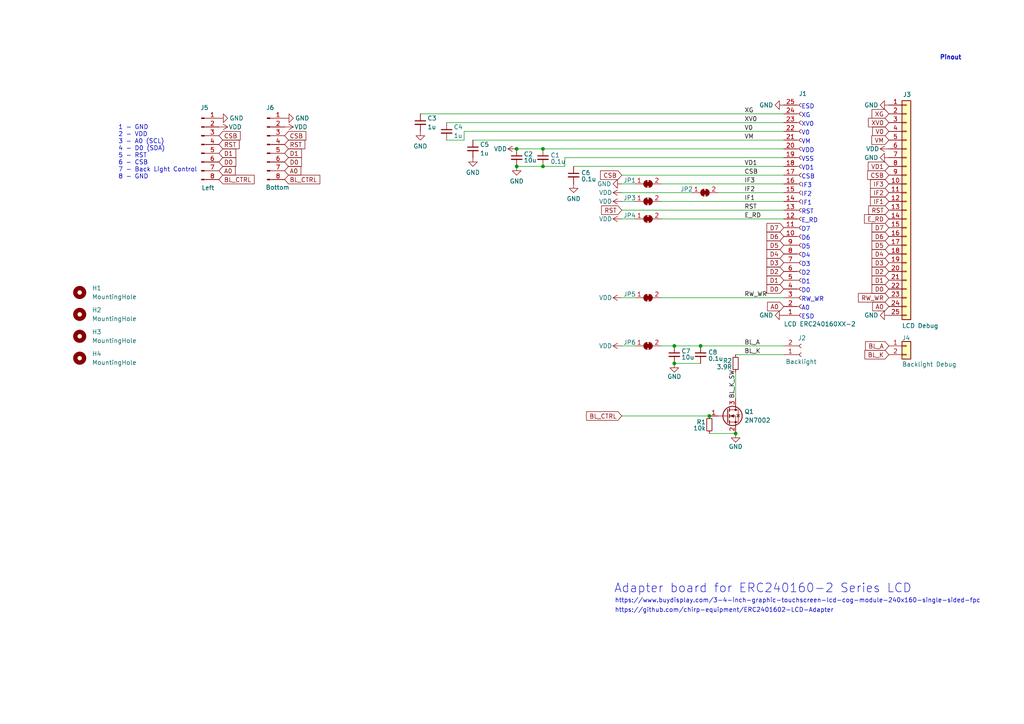
<source format=kicad_sch>
(kicad_sch (version 20231120) (generator "eeschema") (generator_version "8.0")
  (paper "A4")
  (title_block (title "Adapter board for ERC240160-2 Series LCD") (date "2023-12-27") (rev "1.0") (company "Chirp / Sebastian Mach"))
  (lib_symbols
    (symbol "Connector:Conn_01x02_Socket" (pin_names (offset 1.016) hide)
      (property "Reference" "J" (at 0 2.54 0))
      (property "Value" "Conn_01x02_Socket" (at 0 -5.08 0))
      (symbol "Conn_01x02_Socket_1_1"
        (arc (start 0 -2.032) (mid -0.5058 -2.54) (end 0 -3.048) (stroke (width 0.1524)))
        (polyline (pts (xy -1.27 -2.54) (xy -0.508 -2.54)) (stroke (width 0.1524)))
        (polyline (pts (xy -1.27 0) (xy -0.508 0)) (stroke (width 0.1524)))
        (arc (start 0 0.508) (mid -0.5058 0) (end 0 -0.508) (stroke (width 0.1524)))
        (pin passive line (at -5.08 0 0) (length 3.81) (name "Pin_1") (number "1"))
        (pin passive line (at -5.08 -2.54 0) (length 3.81) (name "Pin_2") (number "2"))
      )
    )
    (symbol "Connector:Conn_01x08_Pin" (pin_names (offset 1.016) hide)
      (property "Reference" "J" (at 0 10.16 0))
      (property "Value" "Conn_01x08_Pin" (at 0 -12.7 0))
      (symbol "Conn_01x08_Pin_1_1"
        (polyline (pts (xy 1.27 -10.16) (xy 0.8636 -10.16)) (stroke (width 0.1524)))
        (polyline (pts (xy 1.27 -7.62) (xy 0.8636 -7.62)) (stroke (width 0.1524)))
        (polyline (pts (xy 1.27 -5.08) (xy 0.8636 -5.08)) (stroke (width 0.1524)))
        (polyline (pts (xy 1.27 -2.54) (xy 0.8636 -2.54)) (stroke (width 0.1524)))
        (polyline (pts (xy 1.27 0) (xy 0.8636 0)) (stroke (width 0.1524)))
        (polyline (pts (xy 1.27 2.54) (xy 0.8636 2.54)) (stroke (width 0.1524)))
        (polyline (pts (xy 1.27 5.08) (xy 0.8636 5.08)) (stroke (width 0.1524)))
        (polyline (pts (xy 1.27 7.62) (xy 0.8636 7.62)) (stroke (width 0.1524)))
        (rectangle (start 0.8636 -10.033) (end 0 -10.287) (stroke (width 0.1524)) (fill (type outline)))
        (rectangle (start 0.8636 -7.493) (end 0 -7.747) (stroke (width 0.1524)) (fill (type outline)))
        (rectangle (start 0.8636 -4.953) (end 0 -5.207) (stroke (width 0.1524)) (fill (type outline)))
        (rectangle (start 0.8636 -2.413) (end 0 -2.667) (stroke (width 0.1524)) (fill (type outline)))
        (rectangle (start 0.8636 0.127) (end 0 -0.127) (stroke (width 0.1524)) (fill (type outline)))
        (rectangle (start 0.8636 2.667) (end 0 2.413) (stroke (width 0.1524)) (fill (type outline)))
        (rectangle (start 0.8636 5.207) (end 0 4.953) (stroke (width 0.1524)) (fill (type outline)))
        (rectangle (start 0.8636 7.747) (end 0 7.493) (stroke (width 0.1524)) (fill (type outline)))
        (pin passive line (at 5.08 7.62 180) (length 3.81) (name "Pin_1") (number "1"))
        (pin passive line (at 5.08 5.08 180) (length 3.81) (name "Pin_2") (number "2"))
        (pin passive line (at 5.08 2.54 180) (length 3.81) (name "Pin_3") (number "3"))
        (pin passive line (at 5.08 0 180) (length 3.81) (name "Pin_4") (number "4"))
        (pin passive line (at 5.08 -2.54 180) (length 3.81) (name "Pin_5") (number "5"))
        (pin passive line (at 5.08 -5.08 180) (length 3.81) (name "Pin_6") (number "6"))
        (pin passive line (at 5.08 -7.62 180) (length 3.81) (name "Pin_7") (number "7"))
        (pin passive line (at 5.08 -10.16 180) (length 3.81) (name "Pin_8") (number "8"))
      )
    )
    (symbol "Connector:Conn_01x25_Socket" (pin_names (offset 1.016) hide)
      (property "Reference" "J" (at 0 33.02 0))
      (property "Value" "Conn_01x25_Socket" (at 0 -33.02 0))
      (symbol "Conn_01x25_Socket_1_1"
        (arc (start 0 -29.972) (mid -0.5058 -30.48) (end 0 -30.988) (stroke (width 0.1524)))
        (arc (start 0 -27.432) (mid -0.5058 -27.94) (end 0 -28.448) (stroke (width 0.1524)))
        (arc (start 0 -24.892) (mid -0.5058 -25.4) (end 0 -25.908) (stroke (width 0.1524)))
        (arc (start 0 -22.352) (mid -0.5058 -22.86) (end 0 -23.368) (stroke (width 0.1524)))
        (arc (start 0 -19.812) (mid -0.5058 -20.32) (end 0 -20.828) (stroke (width 0.1524)))
        (arc (start 0 -17.272) (mid -0.5058 -17.78) (end 0 -18.288) (stroke (width 0.1524)))
        (arc (start 0 -14.732) (mid -0.5058 -15.24) (end 0 -15.748) (stroke (width 0.1524)))
        (arc (start 0 -12.192) (mid -0.5058 -12.7) (end 0 -13.208) (stroke (width 0.1524)))
        (arc (start 0 -9.652) (mid -0.5058 -10.16) (end 0 -10.668) (stroke (width 0.1524)))
        (arc (start 0 -7.112) (mid -0.5058 -7.62) (end 0 -8.128) (stroke (width 0.1524)))
        (arc (start 0 -4.572) (mid -0.5058 -5.08) (end 0 -5.588) (stroke (width 0.1524)))
        (arc (start 0 -2.032) (mid -0.5058 -2.54) (end 0 -3.048) (stroke (width 0.1524)))
        (polyline (pts (xy -1.27 -30.48) (xy -0.508 -30.48)) (stroke (width 0.1524)))
        (polyline (pts (xy -1.27 -27.94) (xy -0.508 -27.94)) (stroke (width 0.1524)))
        (polyline (pts (xy -1.27 -25.4) (xy -0.508 -25.4)) (stroke (width 0.1524)))
        (polyline (pts (xy -1.27 -22.86) (xy -0.508 -22.86)) (stroke (width 0.1524)))
        (polyline (pts (xy -1.27 -20.32) (xy -0.508 -20.32)) (stroke (width 0.1524)))
        (polyline (pts (xy -1.27 -17.78) (xy -0.508 -17.78)) (stroke (width 0.1524)))
        (polyline (pts (xy -1.27 -15.24) (xy -0.508 -15.24)) (stroke (width 0.1524)))
        (polyline (pts (xy -1.27 -12.7) (xy -0.508 -12.7)) (stroke (width 0.1524)))
        (polyline (pts (xy -1.27 -10.16) (xy -0.508 -10.16)) (stroke (width 0.1524)))
        (polyline (pts (xy -1.27 -7.62) (xy -0.508 -7.62)) (stroke (width 0.1524)))
        (polyline (pts (xy -1.27 -5.08) (xy -0.508 -5.08)) (stroke (width 0.1524)))
        (polyline (pts (xy -1.27 -2.54) (xy -0.508 -2.54)) (stroke (width 0.1524)))
        (polyline (pts (xy -1.27 0) (xy -0.508 0)) (stroke (width 0.1524)))
        (polyline (pts (xy -1.27 2.54) (xy -0.508 2.54)) (stroke (width 0.1524)))
        (polyline (pts (xy -1.27 5.08) (xy -0.508 5.08)) (stroke (width 0.1524)))
        (polyline (pts (xy -1.27 7.62) (xy -0.508 7.62)) (stroke (width 0.1524)))
        (polyline (pts (xy -1.27 10.16) (xy -0.508 10.16)) (stroke (width 0.1524)))
        (polyline (pts (xy -1.27 12.7) (xy -0.508 12.7)) (stroke (width 0.1524)))
        (polyline (pts (xy -1.27 15.24) (xy -0.508 15.24)) (stroke (width 0.1524)))
        (polyline (pts (xy -1.27 17.78) (xy -0.508 17.78)) (stroke (width 0.1524)))
        (polyline (pts (xy -1.27 20.32) (xy -0.508 20.32)) (stroke (width 0.1524)))
        (polyline (pts (xy -1.27 22.86) (xy -0.508 22.86)) (stroke (width 0.1524)))
        (polyline (pts (xy -1.27 25.4) (xy -0.508 25.4)) (stroke (width 0.1524)))
        (polyline (pts (xy -1.27 27.94) (xy -0.508 27.94)) (stroke (width 0.1524)))
        (polyline (pts (xy -1.27 30.48) (xy -0.508 30.48)) (stroke (width 0.1524)))
        (arc (start 0 0.508) (mid -0.5058 0) (end 0 -0.508) (stroke (width 0.1524)))
        (arc (start 0 3.048) (mid -0.5058 2.54) (end 0 2.032) (stroke (width 0.1524)))
        (arc (start 0 5.588) (mid -0.5058 5.08) (end 0 4.572) (stroke (width 0.1524)))
        (arc (start 0 8.128) (mid -0.5058 7.62) (end 0 7.112) (stroke (width 0.1524)))
        (arc (start 0 10.668) (mid -0.5058 10.16) (end 0 9.652) (stroke (width 0.1524)))
        (arc (start 0 13.208) (mid -0.5058 12.7) (end 0 12.192) (stroke (width 0.1524)))
        (arc (start 0 15.748) (mid -0.5058 15.24) (end 0 14.732) (stroke (width 0.1524)))
        (arc (start 0 18.288) (mid -0.5058 17.78) (end 0 17.272) (stroke (width 0.1524)))
        (arc (start 0 20.828) (mid -0.5058 20.32) (end 0 19.812) (stroke (width 0.1524)))
        (arc (start 0 23.368) (mid -0.5058 22.86) (end 0 22.352) (stroke (width 0.1524)))
        (arc (start 0 25.908) (mid -0.5058 25.4) (end 0 24.892) (stroke (width 0.1524)))
        (arc (start 0 28.448) (mid -0.5058 27.94) (end 0 27.432) (stroke (width 0.1524)))
        (arc (start 0 30.988) (mid -0.5058 30.48) (end 0 29.972) (stroke (width 0.1524)))
        (pin passive line (at -5.08 30.48 0) (length 3.81) (name "Pin_1") (number "1"))
        (pin passive line (at -5.08 7.62 0) (length 3.81) (name "Pin_10") (number "10"))
        (pin passive line (at -5.08 5.08 0) (length 3.81) (name "Pin_11") (number "11"))
        (pin passive line (at -5.08 2.54 0) (length 3.81) (name "Pin_12") (number "12"))
        (pin passive line (at -5.08 0 0) (length 3.81) (name "Pin_13") (number "13"))
        (pin passive line (at -5.08 -2.54 0) (length 3.81) (name "Pin_14") (number "14"))
        (pin passive line (at -5.08 -5.08 0) (length 3.81) (name "Pin_15") (number "15"))
        (pin passive line (at -5.08 -7.62 0) (length 3.81) (name "Pin_16") (number "16"))
        (pin passive line (at -5.08 -10.16 0) (length 3.81) (name "Pin_17") (number "17"))
        (pin passive line (at -5.08 -12.7 0) (length 3.81) (name "Pin_18") (number "18"))
        (pin passive line (at -5.08 -15.24 0) (length 3.81) (name "Pin_19") (number "19"))
        (pin passive line (at -5.08 27.94 0) (length 3.81) (name "Pin_2") (number "2"))
        (pin passive line (at -5.08 -17.78 0) (length 3.81) (name "Pin_20") (number "20"))
        (pin passive line (at -5.08 -20.32 0) (length 3.81) (name "Pin_21") (number "21"))
        (pin passive line (at -5.08 -22.86 0) (length 3.81) (name "Pin_22") (number "22"))
        (pin passive line (at -5.08 -25.4 0) (length 3.81) (name "Pin_23") (number "23"))
        (pin passive line (at -5.08 -27.94 0) (length 3.81) (name "Pin_24") (number "24"))
        (pin passive line (at -5.08 -30.48 0) (length 3.81) (name "Pin_25") (number "25"))
        (pin passive line (at -5.08 25.4 0) (length 3.81) (name "Pin_3") (number "3"))
        (pin passive line (at -5.08 22.86 0) (length 3.81) (name "Pin_4") (number "4"))
        (pin passive line (at -5.08 20.32 0) (length 3.81) (name "Pin_5") (number "5"))
        (pin passive line (at -5.08 17.78 0) (length 3.81) (name "Pin_6") (number "6"))
        (pin passive line (at -5.08 15.24 0) (length 3.81) (name "Pin_7") (number "7"))
        (pin passive line (at -5.08 12.7 0) (length 3.81) (name "Pin_8") (number "8"))
        (pin passive line (at -5.08 10.16 0) (length 3.81) (name "Pin_9") (number "9"))
      )
    )
    (symbol "Connector_Generic:Conn_01x02" (pin_names (offset 1.016) hide)
      (property "Reference" "J" (at 0 2.54 0))
      (property "Value" "Conn_01x02" (at 0 -5.08 0))
      (symbol "Conn_01x02_1_1"
        (rectangle (start -1.27 -2.413) (end 0 -2.667) (stroke (width 0.1524)))
        (rectangle (start -1.27 0.127) (end 0 -0.127) (stroke (width 0.1524)))
        (rectangle (start -1.27 1.27) (end 1.27 -3.81) (stroke (width 0.254)) (fill (type background)))
        (pin passive line (at -5.08 0 0) (length 3.81) (name "Pin_1") (number "1"))
        (pin passive line (at -5.08 -2.54 0) (length 3.81) (name "Pin_2") (number "2"))
      )
    )
    (symbol "Connector_Generic:Conn_01x25" (pin_names (offset 1.016) hide)
      (property "Reference" "J" (at 0 33.02 0))
      (property "Value" "Conn_01x25" (at 0 -33.02 0))
      (symbol "Conn_01x25_1_1"
        (rectangle (start -1.27 -30.353) (end 0 -30.607) (stroke (width 0.1524)))
        (rectangle (start -1.27 -27.813) (end 0 -28.067) (stroke (width 0.1524)))
        (rectangle (start -1.27 -25.273) (end 0 -25.527) (stroke (width 0.1524)))
        (rectangle (start -1.27 -22.733) (end 0 -22.987) (stroke (width 0.1524)))
        (rectangle (start -1.27 -20.193) (end 0 -20.447) (stroke (width 0.1524)))
        (rectangle (start -1.27 -17.653) (end 0 -17.907) (stroke (width 0.1524)))
        (rectangle (start -1.27 -15.113) (end 0 -15.367) (stroke (width 0.1524)))
        (rectangle (start -1.27 -12.573) (end 0 -12.827) (stroke (width 0.1524)))
        (rectangle (start -1.27 -10.033) (end 0 -10.287) (stroke (width 0.1524)))
        (rectangle (start -1.27 -7.493) (end 0 -7.747) (stroke (width 0.1524)))
        (rectangle (start -1.27 -4.953) (end 0 -5.207) (stroke (width 0.1524)))
        (rectangle (start -1.27 -2.413) (end 0 -2.667) (stroke (width 0.1524)))
        (rectangle (start -1.27 0.127) (end 0 -0.127) (stroke (width 0.1524)))
        (rectangle (start -1.27 2.667) (end 0 2.413) (stroke (width 0.1524)))
        (rectangle (start -1.27 5.207) (end 0 4.953) (stroke (width 0.1524)))
        (rectangle (start -1.27 7.747) (end 0 7.493) (stroke (width 0.1524)))
        (rectangle (start -1.27 10.287) (end 0 10.033) (stroke (width 0.1524)))
        (rectangle (start -1.27 12.827) (end 0 12.573) (stroke (width 0.1524)))
        (rectangle (start -1.27 15.367) (end 0 15.113) (stroke (width 0.1524)))
        (rectangle (start -1.27 17.907) (end 0 17.653) (stroke (width 0.1524)))
        (rectangle (start -1.27 20.447) (end 0 20.193) (stroke (width 0.1524)))
        (rectangle (start -1.27 22.987) (end 0 22.733) (stroke (width 0.1524)))
        (rectangle (start -1.27 25.527) (end 0 25.273) (stroke (width 0.1524)))
        (rectangle (start -1.27 28.067) (end 0 27.813) (stroke (width 0.1524)))
        (rectangle (start -1.27 30.607) (end 0 30.353) (stroke (width 0.1524)))
        (rectangle (start -1.27 31.75) (end 1.27 -31.75) (stroke (width 0.254)) (fill (type background)))
        (pin passive line (at -5.08 30.48 0) (length 3.81) (name "Pin_1") (number "1"))
        (pin passive line (at -5.08 7.62 0) (length 3.81) (name "Pin_10") (number "10"))
        (pin passive line (at -5.08 5.08 0) (length 3.81) (name "Pin_11") (number "11"))
        (pin passive line (at -5.08 2.54 0) (length 3.81) (name "Pin_12") (number "12"))
        (pin passive line (at -5.08 0 0) (length 3.81) (name "Pin_13") (number "13"))
        (pin passive line (at -5.08 -2.54 0) (length 3.81) (name "Pin_14") (number "14"))
        (pin passive line (at -5.08 -5.08 0) (length 3.81) (name "Pin_15") (number "15"))
        (pin passive line (at -5.08 -7.62 0) (length 3.81) (name "Pin_16") (number "16"))
        (pin passive line (at -5.08 -10.16 0) (length 3.81) (name "Pin_17") (number "17"))
        (pin passive line (at -5.08 -12.7 0) (length 3.81) (name "Pin_18") (number "18"))
        (pin passive line (at -5.08 -15.24 0) (length 3.81) (name "Pin_19") (number "19"))
        (pin passive line (at -5.08 27.94 0) (length 3.81) (name "Pin_2") (number "2"))
        (pin passive line (at -5.08 -17.78 0) (length 3.81) (name "Pin_20") (number "20"))
        (pin passive line (at -5.08 -20.32 0) (length 3.81) (name "Pin_21") (number "21"))
        (pin passive line (at -5.08 -22.86 0) (length 3.81) (name "Pin_22") (number "22"))
        (pin passive line (at -5.08 -25.4 0) (length 3.81) (name "Pin_23") (number "23"))
        (pin passive line (at -5.08 -27.94 0) (length 3.81) (name "Pin_24") (number "24"))
        (pin passive line (at -5.08 -30.48 0) (length 3.81) (name "Pin_25") (number "25"))
        (pin passive line (at -5.08 25.4 0) (length 3.81) (name "Pin_3") (number "3"))
        (pin passive line (at -5.08 22.86 0) (length 3.81) (name "Pin_4") (number "4"))
        (pin passive line (at -5.08 20.32 0) (length 3.81) (name "Pin_5") (number "5"))
        (pin passive line (at -5.08 17.78 0) (length 3.81) (name "Pin_6") (number "6"))
        (pin passive line (at -5.08 15.24 0) (length 3.81) (name "Pin_7") (number "7"))
        (pin passive line (at -5.08 12.7 0) (length 3.81) (name "Pin_8") (number "8"))
        (pin passive line (at -5.08 10.16 0) (length 3.81) (name "Pin_9") (number "9"))
      )
    )
    (symbol "Device:C_Small" (pin_numbers hide) (pin_names (offset 0.254) hide)
      (property "Reference" "C" (at 0.254 1.778 0))
      (property "Value" "C_Small" (at 0.254 -2.032 0))
      (symbol "C_Small_0_1"
        (polyline (pts (xy -1.524 -0.508) (xy 1.524 -0.508)) (stroke (width 0.3302)))
        (polyline (pts (xy -1.524 0.508) (xy 1.524 0.508)) (stroke (width 0.3048)))
      )
      (symbol "C_Small_1_1"
        (pin passive line (at 0 2.54 270) (length 2.032) (name "~") (number "1"))
        (pin passive line (at 0 -2.54 90) (length 2.032) (name "~") (number "2"))
      )
    )
    (symbol "Device:R_Small" (pin_numbers hide) (pin_names (offset 0.254) hide)
      (property "Reference" "R" (at 0.762 0.508 0))
      (property "Value" "R_Small" (at 0.762 -1.016 0))
      (symbol "R_Small_0_1"
        (rectangle (start -0.762 1.778) (end 0.762 -1.778) (stroke (width 0.2032)))
      )
      (symbol "R_Small_1_1"
        (pin passive line (at 0 2.54 270) (length 0.762) (name "~") (number "1"))
        (pin passive line (at 0 -2.54 90) (length 0.762) (name "~") (number "2"))
      )
    )
    (symbol "Jumper:SolderJumper_2_Bridged" (pin_names (offset 0) hide)
      (property "Reference" "JP" (at 0 2.032 0))
      (property "Value" "SolderJumper_2_Bridged" (at 0 -2.54 0))
      (symbol "SolderJumper_2_Bridged_0_1"
        (rectangle (start -0.508 0.508) (end 0.508 -0.508) (fill (type outline)))
        (arc (start -0.254 1.016) (mid -1.2656 0) (end -0.254 -1.016))
        (arc (start -0.254 1.016) (mid -1.2656 0) (end -0.254 -1.016) (fill (type outline)))
        (polyline (pts (xy -0.254 1.016) (xy -0.254 -1.016)))
        (polyline (pts (xy 0.254 1.016) (xy 0.254 -1.016)))
        (arc (start 0.254 -1.016) (mid 1.2656 0) (end 0.254 1.016))
        (arc (start 0.254 -1.016) (mid 1.2656 0) (end 0.254 1.016) (fill (type outline)))
      )
      (symbol "SolderJumper_2_Bridged_1_1"
        (pin passive line (at -3.81 0 0) (length 2.54) (name "A") (number "1"))
        (pin passive line (at 3.81 0 180) (length 2.54) (name "B") (number "2"))
      )
    )
    (symbol "Mechanical:MountingHole" (pin_names (offset 1.016))
      (property "Reference" "H" (at 0 5.08 0))
      (property "Value" "MountingHole" (at 0 3.175 0))
      (symbol "MountingHole_0_1"
        (circle (center 0 0) (radius 1.27) (stroke (width 1.27)))
      )
    )
    (symbol "Transistor_FET:2N7002" (pin_names hide)
      (property "Reference" "Q" (at 5.08 1.905 0))
      (property "Value" "2N7002" (at 5.08 0 0))
      (symbol "2N7002_0_1"
        (polyline (pts (xy 0.254 0) (xy -2.54 0)))
        (polyline (pts (xy 0.254 1.905) (xy 0.254 -1.905)) (stroke (width 0.254)))
        (polyline (pts (xy 0.762 -1.27) (xy 0.762 -2.286)) (stroke (width 0.254)))
        (polyline (pts (xy 0.762 0.508) (xy 0.762 -0.508)) (stroke (width 0.254)))
        (polyline (pts (xy 0.762 2.286) (xy 0.762 1.27)) (stroke (width 0.254)))
        (polyline (pts (xy 2.54 2.54) (xy 2.54 1.778)))
        (polyline (pts (xy 2.54 -2.54) (xy 2.54 0) (xy 0.762 0)))
        (polyline (pts (xy 0.762 -1.778) (xy 3.302 -1.778) (xy 3.302 1.778) (xy 0.762 1.778)))
        (polyline (pts (xy 1.016 0) (xy 2.032 0.381) (xy 2.032 -0.381) (xy 1.016 0)) (fill (type outline)))
        (polyline (pts (xy 2.794 0.508) (xy 2.921 0.381) (xy 3.683 0.381) (xy 3.81 0.254)))
        (polyline (pts (xy 3.302 0.381) (xy 2.921 -0.254) (xy 3.683 -0.254) (xy 3.302 0.381)))
        (circle (center 1.651 0) (radius 2.794) (stroke (width 0.254)))
        (circle (center 2.54 -1.778) (radius 0.254) (fill (type outline)))
        (circle (center 2.54 1.778) (radius 0.254) (fill (type outline)))
      )
      (symbol "2N7002_1_1"
        (pin input line (at -5.08 0 0) (length 2.54) (name "G") (number "1"))
        (pin passive line (at 2.54 -5.08 90) (length 2.54) (name "S") (number "2"))
        (pin passive line (at 2.54 5.08 270) (length 2.54) (name "D") (number "3"))
      )
    )
    (symbol "power:GND" (power) (pin_names (offset 0))
      (property "Value" "GND" (at 0 -3.81 0))
      (symbol "GND_0_1"
        (polyline (pts (xy 0 0) (xy 0 -1.27) (xy 1.27 -1.27) (xy 0 -2.54) (xy -1.27 -1.27) (xy 0 -1.27)))
      )
      (symbol "GND_1_1"
        (pin power_in line (at 0 0 270) (length 0) hide (name "GND") (number "1"))
      )
    )
    (symbol "power:VDD" (power) (pin_names (offset 0))
      (property "Value" "VDD" (at 0 3.81 0))
      (symbol "VDD_0_1"
        (polyline (pts (xy -0.762 1.27) (xy 0 2.54)))
        (polyline (pts (xy 0 0) (xy 0 2.54)))
        (polyline (pts (xy 0 2.54) (xy 0.762 1.27)))
      )
      (symbol "VDD_1_1"
        (pin power_in line (at 0 0 90) (length 0) hide (name "VDD") (number "1"))
      )
    )
  )
  (junction (at 149.86 43.18))
  (junction (at 157.48 48.26))
  (junction (at 149.86 48.26))
  (junction (at 213.36 125.73))
  (junction (at 195.58 100.33))
  (junction (at 205.74 120.65))
  (junction (at 157.48 43.18))
  (junction (at 203.2 100.33))
  (junction (at 195.58 105.41))
  (wire (pts (xy 191.77 100.33) (xy 195.58 100.33)))
  (wire (pts (xy 180.34 86.36) (xy 184.15 86.36)))
  (wire (pts (xy 149.86 48.26) (xy 157.48 48.26)))
  (wire (pts (xy 195.58 100.33) (xy 203.2 100.33)))
  (wire (pts (xy 157.48 43.18) (xy 227.33 43.18)))
  (wire (pts (xy 180.34 58.42) (xy 184.15 58.42)))
  (wire (pts (xy 180.34 53.34) (xy 184.15 53.34)))
  (wire (pts (xy 180.34 100.33) (xy 184.15 100.33)))
  (wire (pts (xy 180.34 55.88) (xy 200.66 55.88)))
  (wire (pts (xy 180.34 120.65) (xy 205.74 120.65)))
  (wire (pts (xy 121.92 33.02) (xy 227.33 33.02)))
  (wire (pts (xy 134.62 38.1) (xy 227.33 38.1)))
  (wire (pts (xy 180.34 63.5) (xy 184.15 63.5)))
  (wire (pts (xy 208.28 55.88) (xy 227.33 55.88)))
  (wire (pts (xy 191.77 63.5) (xy 227.33 63.5)))
  (wire (pts (xy 195.58 105.41) (xy 203.2 105.41)))
  (wire (pts (xy 137.16 40.64) (xy 227.33 40.64)))
  (wire (pts (xy 149.86 43.18) (xy 157.48 43.18)))
  (wire (pts (xy 166.37 48.26) (xy 227.33 48.26)))
  (wire (pts (xy 191.77 53.34) (xy 227.33 53.34)))
  (wire (pts (xy 163.83 45.72) (xy 163.83 48.26)))
  (wire (pts (xy 205.74 125.73) (xy 213.36 125.73)))
  (wire (pts (xy 191.77 58.42) (xy 227.33 58.42)))
  (wire (pts (xy 203.2 100.33) (xy 227.33 100.33)))
  (wire (pts (xy 129.54 40.64) (xy 134.62 40.64)))
  (wire (pts (xy 129.54 35.56) (xy 227.33 35.56)))
  (wire (pts (xy 227.33 102.87) (xy 213.36 102.87)))
  (wire (pts (xy 213.36 107.95) (xy 213.36 115.57)))
  (wire (pts (xy 180.34 50.8) (xy 227.33 50.8)))
  (wire (pts (xy 180.34 60.96) (xy 227.33 60.96)))
  (wire (pts (xy 163.83 45.72) (xy 227.33 45.72)))
  (wire (pts (xy 134.62 40.64) (xy 134.62 38.1)))
  (wire (pts (xy 191.77 86.36) (xy 227.33 86.36)))
  (wire (pts (xy 163.83 48.26) (xy 157.48 48.26)))
  (text "E_RD" (at 232.41 64.77 0) (effects (font (size 1.27 1.27)) (justify left bottom)))
  (text "IF1" (at 232.41 59.69 0) (effects (font (size 1.27 1.27)) (justify left bottom)))
  (text "https://www.buydisplay.com/3-4-inch-graphic-touchscreen-lcd-cog-module-240x160-single-sided-fpc" (at 178.308 175.006 0) (effects (font (size 1.27 1.27)) (justify left bottom)))
  (text "VSS" (at 232.41 46.99 0) (effects (font (size 1.27 1.27)) (justify left bottom)))
  (text "D1" (at 232.41 82.55 0) (effects (font (size 1.27 1.27)) (justify left bottom)))
  (text "D3" (at 232.41 77.47 0) (effects (font (size 1.27 1.27)) (justify left bottom)))
  (text "https://github.com/chirp-equipment/ERC2401602-LCD-Adapter" (at 178.308 177.8 0) (effects (font (size 1.27 1.27)) (justify left bottom)))
  (text "XV0" (at 232.41 36.83 0) (effects (font (size 1.27 1.27)) (justify left bottom)))
  (text "D0" (at 232.41 85.09 0) (effects (font (size 1.27 1.27)) (justify left bottom)))
  (text "A0" (at 232.41 90.17 0) (effects (font (size 1.27 1.27)) (justify left bottom)))
  (text "Adapter board for ERC240160-2 Series LCD" (at 178.054 172.212 0) (effects (font (size 2.54 2.54)) (justify left bottom)))
  (text "ESD" (at 232.41 31.75 0) (effects (font (size 1.27 1.27)) (justify left bottom)))
  (text "1 - GND\n2 - VDD\n3 - A0 (SCL)\n4 - D0 (SDA)\n5 - RST\n6 - CSB\n7 - Back Light Control\n8 - GND" (at 34.29 52.07 0) (effects (font (size 1.27 1.27)) (justify left bottom)))
  (text "ESD" (at 232.41 92.71 0) (effects (font (size 1.27 1.27)) (justify left bottom)))
  (text "V0" (at 232.41 39.37 0) (effects (font (size 1.27 1.27)) (justify left bottom)))
  (text "CSB" (at 232.41 52.07 0) (effects (font (size 1.27 1.27)) (justify left bottom)))
  (text "VDD" (at 232.41 44.45 0) (effects (font (size 1.27 1.27)) (justify left bottom)))
  (text "RST" (at 232.41 62.23 0) (effects (font (size 1.27 1.27)) (justify left bottom)))
  (text "D7" (at 232.41 67.31 0) (effects (font (size 1.27 1.27)) (justify left bottom)))
  (text "VM" (at 232.41 41.91 0) (effects (font (size 1.27 1.27)) (justify left bottom)))
  (text "D2" (at 232.41 80.01 0) (effects (font (size 1.27 1.27)) (justify left bottom)))
  (text "IF2" (at 232.41 57.15 0) (effects (font (size 1.27 1.27)) (justify left bottom)))
  (text "Pinout" (at 272.542 17.526 0) (effects (font (size 1.27 1.27) (thickness 0.254) (bold yes)) (justify left bottom)))
  (text "VD1" (at 232.41 49.53 0) (effects (font (size 1.27 1.27)) (justify left bottom)))
  (text "D5" (at 232.41 72.39 0) (effects (font (size 1.27 1.27)) (justify left bottom)))
  (text "RW_WR" (at 232.41 87.63 0) (effects (font (size 1.27 1.27)) (justify left bottom)))
  (text "D6" (at 232.41 69.85 0) (effects (font (size 1.27 1.27)) (justify left bottom)))
  (text "IF3" (at 232.41 54.61 0) (effects (font (size 1.27 1.27)) (justify left bottom)))
  (text "D4" (at 232.41 74.93 0) (effects (font (size 1.27 1.27)) (justify left bottom)))
  (text "XG" (at 232.41 34.29 0) (effects (font (size 1.27 1.27)) (justify left bottom)))
  (label "BL_A" (at 215.9 100.33 0))
  (label "IF2" (at 215.9 55.88 0))
  (label "VD1" (at 215.9 48.26 0))
  (label "CSB" (at 215.9 50.8 0))
  (label "RST" (at 215.9 60.96 0))
  (label "IF1" (at 215.9 58.42 0))
  (label "RW_WR" (at 215.9 86.36 0))
  (label "BL_K_SW" (at 213.36 115.57 90))
  (label "V0" (at 215.9 38.1 0))
  (label "XV0" (at 215.9 35.56 0))
  (label "BL_K" (at 215.9 102.87 0))
  (label "VM" (at 215.9 40.64 0))
  (label "IF3" (at 215.9 53.34 0))
  (label "XG" (at 215.9 33.02 0))
  (label "E_RD" (at 215.9 63.5 0))
  (global_label "D1" (shape input) (at 257.81 81.28 180) (property "Intersheetrefs" "${INTERSHEET_REFS}" (effects (hide yes))))
  (global_label "A0" (shape input) (at 227.33 88.9 180) (property "Intersheetrefs" "${INTERSHEET_REFS}" (effects (hide yes))))
  (global_label "RST" (shape input) (at 257.81 60.96 180) (property "Intersheetrefs" "${INTERSHEET_REFS}" (effects (hide yes))))
  (global_label "IF3" (shape input) (at 257.81 53.34 180) (property "Intersheetrefs" "${INTERSHEET_REFS}" (effects (hide yes))))
  (global_label "D7" (shape input) (at 257.81 66.04 180) (property "Intersheetrefs" "${INTERSHEET_REFS}" (effects (hide yes))))
  (global_label "D6" (shape input) (at 257.81 68.58 180) (property "Intersheetrefs" "${INTERSHEET_REFS}" (effects (hide yes))))
  (global_label "D3" (shape input) (at 227.33 76.2 180) (property "Intersheetrefs" "${INTERSHEET_REFS}" (effects (hide yes))))
  (global_label "IF1" (shape input) (at 257.81 58.42 180) (property "Intersheetrefs" "${INTERSHEET_REFS}" (effects (hide yes))))
  (global_label "D6" (shape input) (at 227.33 68.58 180) (property "Intersheetrefs" "${INTERSHEET_REFS}" (effects (hide yes))))
  (global_label "D0" (shape input) (at 82.55 46.99 0) (property "Intersheetrefs" "${INTERSHEET_REFS}" (effects (hide yes))))
  (global_label "VD1" (shape input) (at 257.81 48.26 180) (property "Intersheetrefs" "${INTERSHEET_REFS}" (effects (hide yes))))
  (global_label "XV0" (shape input) (at 257.81 35.56 180) (property "Intersheetrefs" "${INTERSHEET_REFS}" (effects (hide yes))))
  (global_label "CSB" (shape input) (at 257.81 50.8 180) (property "Intersheetrefs" "${INTERSHEET_REFS}" (effects (hide yes))))
  (global_label "D5" (shape input) (at 257.81 71.12 180) (property "Intersheetrefs" "${INTERSHEET_REFS}" (effects (hide yes))))
  (global_label "D4" (shape input) (at 257.81 73.66 180) (property "Intersheetrefs" "${INTERSHEET_REFS}" (effects (hide yes))))
  (global_label "IF2" (shape input) (at 257.81 55.88 180) (property "Intersheetrefs" "${INTERSHEET_REFS}" (effects (hide yes))))
  (global_label "D0" (shape input) (at 257.81 83.82 180) (property "Intersheetrefs" "${INTERSHEET_REFS}" (effects (hide yes))))
  (global_label "XG" (shape input) (at 257.81 33.02 180) (property "Intersheetrefs" "${INTERSHEET_REFS}" (effects (hide yes))))
  (global_label "BL_K" (shape input) (at 257.81 102.87 180) (property "Intersheetrefs" "${INTERSHEET_REFS}" (effects (hide yes))))
  (global_label "BL_CTRL" (shape input) (at 82.55 52.07 0) (property "Intersheetrefs" "${INTERSHEET_REFS}" (effects (hide yes))))
  (global_label "CSB" (shape input) (at 82.55 39.37 0) (property "Intersheetrefs" "${INTERSHEET_REFS}" (effects (hide yes))))
  (global_label "D2" (shape input) (at 257.81 78.74 180) (property "Intersheetrefs" "${INTERSHEET_REFS}" (effects (hide yes))))
  (global_label "BL_CTRL" (shape input) (at 63.5 52.07 0) (property "Intersheetrefs" "${INTERSHEET_REFS}" (effects (hide yes))))
  (global_label "A0" (shape input) (at 82.55 49.53 0) (property "Intersheetrefs" "${INTERSHEET_REFS}" (effects (hide yes))))
  (global_label "D0" (shape input) (at 227.33 83.82 180) (property "Intersheetrefs" "${INTERSHEET_REFS}" (effects (hide yes))))
  (global_label "D7" (shape input) (at 227.33 66.04 180) (property "Intersheetrefs" "${INTERSHEET_REFS}" (effects (hide yes))))
  (global_label "D1" (shape input) (at 227.33 81.28 180) (property "Intersheetrefs" "${INTERSHEET_REFS}" (effects (hide yes))))
  (global_label "BL_A" (shape input) (at 257.81 100.33 180) (property "Intersheetrefs" "${INTERSHEET_REFS}" (effects (hide yes))))
  (global_label "D4" (shape input) (at 227.33 73.66 180) (property "Intersheetrefs" "${INTERSHEET_REFS}" (effects (hide yes))))
  (global_label "V0" (shape input) (at 257.81 38.1 180) (property "Intersheetrefs" "${INTERSHEET_REFS}" (effects (hide yes))))
  (global_label "VM" (shape input) (at 257.81 40.64 180) (property "Intersheetrefs" "${INTERSHEET_REFS}" (effects (hide yes))))
  (global_label "D1" (shape input) (at 82.55 44.45 0) (property "Intersheetrefs" "${INTERSHEET_REFS}" (effects (hide yes))))
  (global_label "RST" (shape input) (at 180.34 60.96 180) (property "Intersheetrefs" "${INTERSHEET_REFS}" (effects (hide yes))))
  (global_label "E_RD" (shape input) (at 257.81 63.5 180) (property "Intersheetrefs" "${INTERSHEET_REFS}" (effects (hide yes))))
  (global_label "D0" (shape input) (at 63.5 46.99 0) (property "Intersheetrefs" "${INTERSHEET_REFS}" (effects (hide yes))))
  (global_label "D5" (shape input) (at 227.33 71.12 180) (property "Intersheetrefs" "${INTERSHEET_REFS}" (effects (hide yes))))
  (global_label "CSB" (shape input) (at 63.5 39.37 0) (property "Intersheetrefs" "${INTERSHEET_REFS}" (effects (hide yes))))
  (global_label "A0" (shape input) (at 257.81 88.9 180) (property "Intersheetrefs" "${INTERSHEET_REFS}" (effects (hide yes))))
  (global_label "BL_CTRL" (shape input) (at 180.34 120.65 180) (property "Intersheetrefs" "${INTERSHEET_REFS}" (effects (hide yes))))
  (global_label "RST" (shape input) (at 63.5 41.91 0) (property "Intersheetrefs" "${INTERSHEET_REFS}" (effects (hide yes))))
  (global_label "D2" (shape input) (at 227.33 78.74 180) (property "Intersheetrefs" "${INTERSHEET_REFS}" (effects (hide yes))))
  (global_label "CSB" (shape input) (at 180.34 50.8 180) (property "Intersheetrefs" "${INTERSHEET_REFS}" (effects (hide yes))))
  (global_label "D1" (shape input) (at 63.5 44.45 0) (property "Intersheetrefs" "${INTERSHEET_REFS}" (effects (hide yes))))
  (global_label "RW_WR" (shape input) (at 257.81 86.36 180) (property "Intersheetrefs" "${INTERSHEET_REFS}" (effects (hide yes))))
  (global_label "D3" (shape input) (at 257.81 76.2 180) (property "Intersheetrefs" "${INTERSHEET_REFS}" (effects (hide yes))))
  (global_label "A0" (shape input) (at 63.5 49.53 0) (property "Intersheetrefs" "${INTERSHEET_REFS}" (effects (hide yes))))
  (global_label "RST" (shape input) (at 82.55 41.91 0) (property "Intersheetrefs" "${INTERSHEET_REFS}" (effects (hide yes))))
  (symbol (lib_id "Mechanical:MountingHole") (at 23.114 103.886 0) (unit 1)
    (property "Reference" "H4" (at 26.67 102.616 0) (effects (justify left)))
    (property "Value" "MountingHole" (at 26.67 105.156 0) (effects (justify left)))
    (property "Footprint" "MountingHole:MountingHole_2.7mm_M2.5_ISO7380" (effects (hide yes)))
  )
  (symbol (lib_id "Device:C_Small") (at 203.2 102.87 0) (unit 1)
    (property "Reference" "C8" (at 205.3844 102.1842 0) (effects (justify left)))
    (property "Value" "0.1u" (at 205.3844 104.013 0) (effects (justify left)))
    (property "Footprint" "Capacitor_SMD:C_0603_1608Metric_Pad1.08x0.95mm_HandSolder" (effects (hide yes)))
    (property "LCSC" "C14663" (effects (hide yes)))
  )
  (symbol (lib_id "Connector:Conn_01x08_Pin") (at 77.47 41.91 0) (unit 1)
    (property "Reference" "J6" (at 78.359 31.242 0))
    (property "Value" "Bottom" (at 80.518 54.356 0))
    (property "Footprint" "Connector_PinHeader_2.54mm:PinHeader_1x08_P2.54mm_Vertical" (effects (hide yes)))
  )
  (symbol (lib_id "power:GND") (at 227.33 30.48 270) (unit 1)
    (property "Reference" "#PWR02" (effects (hide yes)))
    (property "Value" "GND" (at 224.282 30.48 90) (effects (justify right)))
  )
  (symbol (lib_id "Device:C_Small") (at 157.48 45.72 0) (unit 1)
    (property "Reference" "C1" (at 159.6644 45.0342 0) (effects (justify left)))
    (property "Value" "0.1u" (at 159.6644 46.863 0) (effects (justify left)))
    (property "Footprint" "Capacitor_SMD:C_0603_1608Metric_Pad1.08x0.95mm_HandSolder" (effects (hide yes)))
    (property "LCSC" "C14663" (effects (hide yes)))
  )
  (symbol (lib_id "Jumper:SolderJumper_2_Bridged") (at 187.96 58.42 0) (unit 1)
    (property "Reference" "JP3" (at 182.626 57.404 0))
    (property "Value" "JP_IF1" (effects (hide yes)))
    (property "Footprint" "Jumper:SolderJumper-2_P1.3mm_Bridged_RoundedPad1.0x1.5mm" (effects (hide yes)))
  )
  (symbol (lib_id "Device:R_Small") (at 213.36 105.41 0) (unit 1)
    (property "Reference" "R2" (at 212.344 104.648 0) (effects (justify right)))
    (property "Value" "3.9R" (at 212.344 106.426 0) (effects (justify right)))
    (property "Footprint" "Resistor_SMD:R_0603_1608Metric_Pad0.98x0.95mm_HandSolder" (effects (hide yes)))
    (property "LCSC" "C2907146" (effects (hide yes)))
  )
  (symbol (lib_id "power:VDD") (at 180.34 55.88 90) (unit 1)
    (property "Reference" "#PWR010" (effects (hide yes)))
    (property "Value" "VDD" (at 177.546 55.88 90) (effects (justify left)))
  )
  (symbol (lib_id "power:VDD") (at 149.86 43.18 90) (unit 1)
    (property "Reference" "#PWR06" (effects (hide yes)))
    (property "Value" "VDD" (at 147.066 43.18 90) (effects (justify left)))
  )
  (symbol (lib_id "power:GND") (at 121.92 38.1 0) (unit 1)
    (property "Reference" "#PWR03" (effects (hide yes)))
    (property "Value" "GND" (at 121.92 42.418 0))
  )
  (symbol (lib_id "power:GND") (at 257.81 45.72 270) (unit 1)
    (property "Reference" "#PWR016" (effects (hide yes)))
    (property "Value" "GND" (at 254.762 45.72 90) (effects (justify right)))
  )
  (symbol (lib_id "Jumper:SolderJumper_2_Bridged") (at 187.96 100.33 0) (unit 1)
    (property "Reference" "JP6" (at 182.626 99.314 0))
    (property "Value" "JP_RW_WR" (effects (hide yes)))
    (property "Footprint" "Jumper:SolderJumper-2_P1.3mm_Bridged_RoundedPad1.0x1.5mm" (effects (hide yes)))
  )
  (symbol (lib_id "Device:C_Small") (at 149.86 45.72 0) (mirror y) (unit 1)
    (property "Reference" "C2" (at 151.892 44.704 0) (effects (justify right)))
    (property "Value" "10u" (at 151.892 46.482 0) (effects (justify right)))
    (property "Footprint" "Capacitor_SMD:C_0805_2012Metric_Pad1.18x1.45mm_HandSolder" (effects (hide yes)))
    (property "LCSC" "C440198" (effects (hide yes)))
  )
  (symbol (lib_id "power:VDD") (at 82.55 36.83 270) (unit 1)
    (property "Reference" "#PWR023" (effects (hide yes)))
    (property "Value" "VDD" (at 85.344 36.83 90) (effects (justify left)))
  )
  (symbol (lib_id "power:VDD") (at 180.34 100.33 90) (unit 1)
    (property "Reference" "#PWR013" (effects (hide yes)))
    (property "Value" "VDD" (at 177.546 100.33 90) (effects (justify left)))
  )
  (symbol (lib_id "Device:C_Small") (at 195.58 102.87 0) (mirror y) (unit 1)
    (property "Reference" "C7" (at 197.612 101.854 0) (effects (justify right)))
    (property "Value" "10u" (at 197.612 103.632 0) (effects (justify right)))
    (property "Footprint" "Capacitor_SMD:C_0805_2012Metric_Pad1.18x1.45mm_HandSolder" (effects (hide yes)))
    (property "LCSC" "C440198" (effects (hide yes)))
  )
  (symbol (lib_id "Device:C_Small") (at 121.92 35.56 0) (unit 1)
    (property "Reference" "C3" (at 123.952 34.29 0) (effects (justify left)))
    (property "Value" "1u" (at 123.952 36.83 0) (effects (justify left)))
    (property "Footprint" "Capacitor_SMD:C_0603_1608Metric_Pad1.08x0.95mm_HandSolder" (effects (hide yes)))
    (property "LCSC" "C15849" (effects (hide yes)))
  )
  (symbol (lib_id "power:VDD") (at 257.81 43.18 90) (unit 1)
    (property "Reference" "#PWR017" (effects (hide yes)))
    (property "Value" "VDD" (at 255.016 43.18 90) (effects (justify left)))
  )
  (symbol (lib_id "Device:C_Small") (at 129.54 38.1 0) (unit 1)
    (property "Reference" "C4" (at 131.572 36.83 0) (effects (justify left)))
    (property "Value" "1u" (at 131.572 39.37 0) (effects (justify left)))
    (property "Footprint" "Capacitor_SMD:C_0603_1608Metric_Pad1.08x0.95mm_HandSolder" (effects (hide yes)))
    (property "LCSC" "C15849" (effects (hide yes)))
  )
  (symbol (lib_id "Jumper:SolderJumper_2_Bridged") (at 187.96 53.34 0) (unit 1)
    (property "Reference" "JP1" (at 182.626 52.324 0))
    (property "Value" "JP_IF3" (effects (hide yes)))
    (property "Footprint" "Jumper:SolderJumper-2_P1.3mm_Bridged_RoundedPad1.0x1.5mm" (effects (hide yes)))
  )
  (symbol (lib_id "Jumper:SolderJumper_2_Bridged") (at 187.96 86.36 0) (unit 1)
    (property "Reference" "JP5" (at 182.626 85.344 0))
    (property "Value" "JP_RW_WR" (effects (hide yes)))
    (property "Footprint" "Jumper:SolderJumper-2_P1.3mm_Bridged_RoundedPad1.0x1.5mm" (effects (hide yes)))
  )
  (symbol (lib_id "power:GND") (at 63.5 34.29 90) (unit 1)
    (property "Reference" "#PWR019" (effects (hide yes)))
    (property "Value" "GND" (at 66.548 34.29 90) (effects (justify right)))
  )
  (symbol (lib_id "Mechanical:MountingHole") (at 23.114 97.536 0) (unit 1)
    (property "Reference" "H3" (at 26.67 96.266 0) (effects (justify left)))
    (property "Value" "MountingHole" (at 26.67 98.806 0) (effects (justify left)))
    (property "Footprint" "MountingHole:MountingHole_2.7mm_M2.5_ISO7380" (effects (hide yes)))
  )
  (symbol (lib_id "Connector:Conn_01x02_Socket") (at 232.41 102.87 0) (mirror x) (unit 1)
    (property "Reference" "J2" (at 231.394 98.044 0) (effects (justify left)))
    (property "Value" "Backlight" (at 227.838 104.902 0) (effects (justify left)))
    (property "Footprint" "Connector_JST:JST_PH_S2B-PH-SM4-TB_1x02-1MP_P2.00mm_Horizontal" (effects (hide yes)))
    (property "Datasheet" "https://jlcpcb.com/partdetail/Jst-S2B_PH_SM4_TB_LF_SN/C295747" (effects (hide yes)))
    (property "LCSC" "C295747" (effects (hide yes)))
  )
  (symbol (lib_id "Connector_Generic:Conn_01x25") (at 262.89 60.96 0) (unit 1)
    (property "Reference" "J3" (at 261.874 27.432 0) (effects (justify left)))
    (property "Value" "LCD Debug" (at 261.62 94.488 0) (effects (justify left)))
    (property "Footprint" "Connector_PinHeader_1.27mm:PinHeader_1x25_P1.27mm_Vertical" (effects (hide yes)))
  )
  (symbol (lib_id "power:GND") (at 227.33 91.44 270) (unit 1)
    (property "Reference" "#PWR01" (effects (hide yes)))
    (property "Value" "GND" (at 224.282 91.44 90) (effects (justify right)))
  )
  (symbol (lib_id "power:VDD") (at 180.34 58.42 90) (unit 1)
    (property "Reference" "#PWR09" (effects (hide yes)))
    (property "Value" "VDD" (at 177.546 58.42 90) (effects (justify left)))
  )
  (symbol (lib_id "power:GND") (at 180.34 53.34 270) (unit 1)
    (property "Reference" "#PWR08" (effects (hide yes)))
    (property "Value" "GND" (at 177.292 53.34 90) (effects (justify right)))
  )
  (symbol (lib_id "power:VDD") (at 63.5 36.83 270) (unit 1)
    (property "Reference" "#PWR021" (effects (hide yes)))
    (property "Value" "VDD" (at 66.294 36.83 90) (effects (justify left)))
  )
  (symbol (lib_id "power:GND") (at 213.36 125.73 0) (unit 1)
    (property "Reference" "#PWR018" (effects (hide yes)))
    (property "Value" "GND" (at 213.36 129.54 0))
  )
  (symbol (lib_id "Connector:Conn_01x08_Pin") (at 58.42 41.91 0) (unit 1)
    (property "Reference" "J5" (at 59.309 31.242 0))
    (property "Value" "Left" (at 60.325 54.483 0))
    (property "Footprint" "Connector_PinHeader_2.54mm:PinHeader_1x08_P2.54mm_Vertical" (effects (hide yes)))
  )
  (symbol (lib_id "power:GND") (at 257.81 30.48 270) (unit 1)
    (property "Reference" "#PWR014" (effects (hide yes)))
    (property "Value" "GND" (at 254.762 30.48 90) (effects (justify right)))
  )
  (symbol (lib_id "Mechanical:MountingHole") (at 23.114 84.836 0) (unit 1)
    (property "Reference" "H1" (at 26.67 83.566 0) (effects (justify left)))
    (property "Value" "MountingHole" (at 26.67 86.106 0) (effects (justify left)))
    (property "Footprint" "MountingHole:MountingHole_2.7mm_M2.5_ISO7380" (effects (hide yes)))
  )
  (symbol (lib_id "power:VDD") (at 180.34 63.5 90) (unit 1)
    (property "Reference" "#PWR011" (effects (hide yes)))
    (property "Value" "VDD" (at 177.546 63.5 90) (effects (justify left)))
  )
  (symbol (lib_id "Connector:Conn_01x25_Socket") (at 232.41 60.96 0) (mirror x) (unit 1)
    (property "Reference" "J1" (at 231.648 27.178 0) (effects (justify left)))
    (property "Value" "LCD ERC240160XX-2" (at 227.33 93.98 0) (effects (justify left)))
    (property "Footprint" "Connector_FFC-FPC:TE_2-1734839-5_1x25-1MP_P0.5mm_Horizontal" (effects (hide yes)))
    (property "Datasheet" "https://jlcpcb.com/partdetail/Jushuo-AFD01_S25FCC00/C18198547" (effects (hide yes)))
    (property "LCSC" "C2911850" (effects (hide yes)))
  )
  (symbol (lib_id "power:VDD") (at 180.34 86.36 90) (unit 1)
    (property "Reference" "#PWR012" (effects (hide yes)))
    (property "Value" "VDD" (at 177.546 86.36 90) (effects (justify left)))
  )
  (symbol (lib_id "Jumper:SolderJumper_2_Bridged") (at 204.47 55.88 0) (unit 1)
    (property "Reference" "JP2" (at 199.136 54.864 0))
    (property "Value" "JP_IF2" (effects (hide yes)))
    (property "Footprint" "Jumper:SolderJumper-2_P1.3mm_Bridged_RoundedPad1.0x1.5mm" (effects (hide yes)))
  )
  (symbol (lib_id "power:GND") (at 82.55 34.29 90) (unit 1)
    (property "Reference" "#PWR022" (effects (hide yes)))
    (property "Value" "GND" (at 85.598 34.29 90) (effects (justify right)))
  )
  (symbol (lib_id "Device:R_Small") (at 205.74 123.19 0) (unit 1)
    (property "Reference" "R1" (at 204.724 122.428 0) (effects (justify right)))
    (property "Value" "10k" (at 204.724 124.206 0) (effects (justify right)))
    (property "Footprint" "Resistor_SMD:R_0603_1608Metric_Pad0.98x0.95mm_HandSolder" (effects (hide yes)))
    (property "LCSC" "C25804" (effects (hide yes)))
  )
  (symbol (lib_id "power:GND") (at 166.37 53.34 0) (unit 1)
    (property "Reference" "#PWR07" (effects (hide yes)))
    (property "Value" "GND" (at 166.37 57.658 0))
  )
  (symbol (lib_id "power:GND") (at 137.16 45.72 0) (unit 1)
    (property "Reference" "#PWR04" (effects (hide yes)))
    (property "Value" "GND" (at 137.16 50.038 0))
  )
  (symbol (lib_id "power:GND") (at 257.81 91.44 270) (unit 1)
    (property "Reference" "#PWR015" (effects (hide yes)))
    (property "Value" "GND" (at 254.762 91.44 90) (effects (justify right)))
  )
  (symbol (lib_id "Device:C_Small") (at 166.37 50.8 0) (unit 1)
    (property "Reference" "C6" (at 168.5544 50.1142 0) (effects (justify left)))
    (property "Value" "0.1u" (at 168.5544 51.943 0) (effects (justify left)))
    (property "Footprint" "Capacitor_SMD:C_0603_1608Metric_Pad1.08x0.95mm_HandSolder" (effects (hide yes)))
    (property "LCSC" "C14663" (effects (hide yes)))
  )
  (symbol (lib_id "power:GND") (at 149.86 48.26 0) (unit 1)
    (property "Reference" "#PWR05" (effects (hide yes)))
    (property "Value" "GND" (at 149.86 52.578 0))
  )
  (symbol (lib_id "power:GND") (at 195.58 105.41 0) (unit 1)
    (property "Reference" "#PWR025" (effects (hide yes)))
    (property "Value" "GND" (at 195.58 109.22 0))
  )
  (symbol (lib_id "Mechanical:MountingHole") (at 23.114 91.186 0) (unit 1)
    (property "Reference" "H2" (at 26.67 89.916 0) (effects (justify left)))
    (property "Value" "MountingHole" (at 26.67 92.456 0) (effects (justify left)))
    (property "Footprint" "MountingHole:MountingHole_2.7mm_M2.5_ISO7380" (effects (hide yes)))
  )
  (symbol (lib_id "Transistor_FET:2N7002") (at 210.82 120.65 0) (unit 1)
    (property "Reference" "Q1" (at 215.9 119.38 0) (effects (justify left)))
    (property "Value" "2N7002" (at 215.9 121.92 0) (effects (justify left)))
    (property "Footprint" "Package_TO_SOT_SMD:SOT-23" (effects (hide yes)))
    (property "Datasheet" "https://www.onsemi.com/pub/Collateral/NDS7002A-D.PDF" (effects (hide yes)))
    (property "LCSC" "C8545" (effects (hide yes)))
  )
  (symbol (lib_id "Jumper:SolderJumper_2_Bridged") (at 187.96 63.5 0) (unit 1)
    (property "Reference" "JP4" (at 182.626 62.484 0))
    (property "Value" "JP_E_RD" (effects (hide yes)))
    (property "Footprint" "Jumper:SolderJumper-2_P1.3mm_Bridged_RoundedPad1.0x1.5mm" (effects (hide yes)))
  )
  (symbol (lib_id "Connector_Generic:Conn_01x02") (at 262.89 100.33 0) (unit 1)
    (property "Reference" "J4" (at 261.62 98.044 0) (effects (justify left)))
    (property "Value" "Backlight Debug" (at 261.62 105.664 0) (effects (justify left)))
    (property "Footprint" "Connector_PinHeader_1.27mm:PinHeader_1x02_P1.27mm_Vertical" (effects (hide yes)))
  )
  (symbol (lib_id "Device:C_Small") (at 137.16 43.18 0) (unit 1)
    (property "Reference" "C5" (at 139.192 41.91 0) (effects (justify left)))
    (property "Value" "1u" (at 139.192 44.45 0) (effects (justify left)))
    (property "Footprint" "Capacitor_SMD:C_0603_1608Metric_Pad1.08x0.95mm_HandSolder" (effects (hide yes)))
    (property "LCSC" "C15849" (effects (hide yes)))
  )
)
</source>
